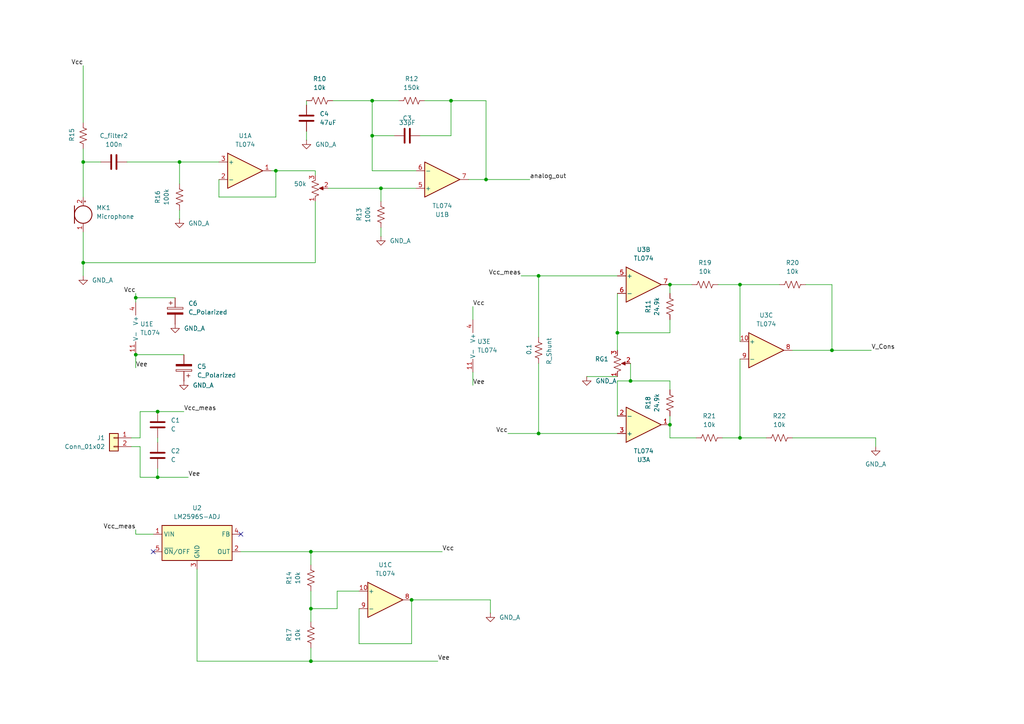
<source format=kicad_sch>
(kicad_sch (version 20250114) (generator "eeschema") (generator_version "9.0")
  (paper "A4")
  (lib_symbols
    (symbol "Amplifier_Operational:TL074" (pin_names (offset 0.127))
      (property "Reference" "U" (at 0 5.08 0))
      (property "Value" "TL074" (at 0 -5.08 0))
      (symbol "TL074_1_1"
        (polyline (pts (xy -5.08 5.08) (xy 5.08 0) (xy -5.08 -5.08) (xy -5.08 5.08)) (stroke (width 0.254)) (fill (type background)))
        (pin input line (at -7.62 2.54 0) (length 2.54) (name "+") (number "3"))
        (pin input line (at -7.62 -2.54 0) (length 2.54) (name "-") (number "2"))
        (pin output line (at 7.62 0 180) (length 2.54) (name "~") (number "1"))
      )
      (symbol "TL074_2_1"
        (polyline (pts (xy -5.08 5.08) (xy 5.08 0) (xy -5.08 -5.08) (xy -5.08 5.08)) (stroke (width 0.254)) (fill (type background)))
        (pin input line (at -7.62 2.54 0) (length 2.54) (name "+") (number "5"))
        (pin input line (at -7.62 -2.54 0) (length 2.54) (name "-") (number "6"))
        (pin output line (at 7.62 0 180) (length 2.54) (name "~") (number "7"))
      )
      (symbol "TL074_3_1"
        (polyline (pts (xy -5.08 5.08) (xy 5.08 0) (xy -5.08 -5.08) (xy -5.08 5.08)) (stroke (width 0.254)) (fill (type background)))
        (pin input line (at -7.62 2.54 0) (length 2.54) (name "+") (number "10"))
        (pin input line (at -7.62 -2.54 0) (length 2.54) (name "-") (number "9"))
        (pin output line (at 7.62 0 180) (length 2.54) (name "~") (number "8"))
      )
      (symbol "TL074_4_1"
        (polyline (pts (xy -5.08 5.08) (xy 5.08 0) (xy -5.08 -5.08) (xy -5.08 5.08)) (stroke (width 0.254)) (fill (type background)))
        (pin input line (at -7.62 2.54 0) (length 2.54) (name "+") (number "12"))
        (pin input line (at -7.62 -2.54 0) (length 2.54) (name "-") (number "13"))
        (pin output line (at 7.62 0 180) (length 2.54) (name "~") (number "14"))
      )
      (symbol "TL074_5_1"
        (pin power_in line (at -2.54 7.62 270) (length 3.81) (name "V+") (number "4"))
        (pin power_in line (at -2.54 -7.62 90) (length 3.81) (name "V-") (number "11"))
      )
    )
    (symbol "Connector_Generic:Conn_01x02" (pin_names (offset 1.016) (hide yes))
      (property "Reference" "J" (at 0 2.54 0))
      (property "Value" "Conn_01x02" (at 0 -5.08 0))
      (symbol "Conn_01x02_1_1"
        (rectangle (start -1.27 1.27) (end 1.27 -3.81) (stroke (width 0.254)) (fill (type background)))
        (rectangle (start -1.27 0.127) (end 0 -0.127) (stroke (width 0.1524)))
        (rectangle (start -1.27 -2.413) (end 0 -2.667) (stroke (width 0.1524)))
        (pin passive line (at -5.08 0 0) (length 3.81) (name "Pin_1") (number "1"))
        (pin passive line (at -5.08 -2.54 0) (length 3.81) (name "Pin_2") (number "2"))
      )
    )
    (symbol "Device:C" (pin_numbers (hide yes)) (pin_names (offset 0.254))
      (property "Reference" "C" (at 0.635 2.54 0))
      (property "Value" "C" (at 0.635 -2.54 0))
      (symbol "C_0_1"
        (polyline (pts (xy -2.032 0.762) (xy 2.032 0.762)) (stroke (width 0.508)))
        (polyline (pts (xy -2.032 -0.762) (xy 2.032 -0.762)) (stroke (width 0.508)))
      )
      (symbol "C_1_1"
        (pin passive line (at 0 3.81 270) (length 2.794) (name "~") (number "1"))
        (pin passive line (at 0 -3.81 90) (length 2.794) (name "~") (number "2"))
      )
    )
    (symbol "Device:C_Polarized" (pin_numbers (hide yes)) (pin_names (offset 0.254))
      (property "Reference" "C" (at 0.635 2.54 0))
      (property "Value" "C_Polarized" (at 0.635 -2.54 0))
      (symbol "C_Polarized_0_1"
        (rectangle (start -2.286 0.508) (end 2.286 1.016))
        (polyline (pts (xy -1.778 2.286) (xy -0.762 2.286)))
        (polyline (pts (xy -1.27 2.794) (xy -1.27 1.778)))
        (rectangle (start 2.286 -0.508) (end -2.286 -1.016) (fill (type outline)))
      )
      (symbol "C_Polarized_1_1"
        (pin passive line (at 0 3.81 270) (length 2.794) (name "~") (number "1"))
        (pin passive line (at 0 -3.81 90) (length 2.794) (name "~") (number "2"))
      )
    )
    (symbol "Device:Microphone" (pin_names (offset 0.0254) (hide yes))
      (property "Reference" "MK" (at -3.81 1.27 0))
      (property "Value" "Microphone" (at -3.81 -0.635 0))
      (symbol "Microphone_0_1"
        (polyline (pts (xy -2.54 2.54) (xy -2.54 -2.54)) (stroke (width 0.254)))
        (circle (center 0 0) (radius 2.54) (stroke (width 0.254)))
        (polyline (pts (xy 0.254 3.81) (xy 0.762 3.81)))
        (polyline (pts (xy 0.508 4.064) (xy 0.508 3.556)))
      )
      (symbol "Microphone_1_1"
        (pin passive line (at 0 5.08 270) (length 2.54) (name "+") (number "2"))
        (pin passive line (at 0 -5.08 90) (length 2.54) (name "-") (number "1"))
      )
    )
    (symbol "Device:R_Potentiometer_US" (pin_names (offset 1.016) (hide yes))
      (property "Reference" "RV" (at -4.445 0 90))
      (property "Value" "R_Potentiometer_US" (at -2.54 0 90))
      (symbol "R_Potentiometer_US_0_1"
        (polyline (pts (xy 0 2.54) (xy 0 2.286)))
        (polyline (pts (xy 0 2.286) (xy 1.016 1.905) (xy 0 1.524) (xy -1.016 1.143) (xy 0 0.762)))
        (polyline (pts (xy 0 0.762) (xy 1.016 0.381) (xy 0 0) (xy -1.016 -0.381) (xy 0 -0.762)))
        (polyline (pts (xy 0 -0.762) (xy 1.016 -1.143) (xy 0 -1.524) (xy -1.016 -1.905) (xy 0 -2.286)))
        (polyline (pts (xy 0 -2.286) (xy 0 -2.54)))
        (polyline (pts (xy 1.143 0) (xy 2.286 0.508) (xy 2.286 -0.508) (xy 1.143 0)) (fill (type outline)))
        (polyline (pts (xy 2.54 0) (xy 1.524 0)))
      )
      (symbol "R_Potentiometer_US_1_1"
        (pin passive line (at 0 3.81 270) (length 1.27) (name "1") (number "1"))
        (pin passive line (at 0 -3.81 90) (length 1.27) (name "3") (number "3"))
        (pin passive line (at 3.81 0 180) (length 1.27) (name "2") (number "2"))
      )
    )
    (symbol "Device:R_US" (pin_numbers (hide yes)) (pin_names (offset 0))
      (property "Reference" "R" (at 2.54 0 90))
      (property "Value" "R_US" (at -2.54 0 90))
      (symbol "R_US_0_1"
        (polyline (pts (xy 0 2.286) (xy 0 2.54)))
        (polyline (pts (xy 0 2.286) (xy 1.016 1.905) (xy 0 1.524) (xy -1.016 1.143) (xy 0 0.762)))
        (polyline (pts (xy 0 0.762) (xy 1.016 0.381) (xy 0 0) (xy -1.016 -0.381) (xy 0 -0.762)))
        (polyline (pts (xy 0 -0.762) (xy 1.016 -1.143) (xy 0 -1.524) (xy -1.016 -1.905) (xy 0 -2.286)))
        (polyline (pts (xy 0 -2.286) (xy 0 -2.54)))
      )
      (symbol "R_US_1_1"
        (pin passive line (at 0 3.81 270) (length 1.27) (name "~") (number "1"))
        (pin passive line (at 0 -3.81 90) (length 1.27) (name "~") (number "2"))
      )
    )
    (symbol "Regulator_Switching:LM2596S-ADJ"
      (property "Reference" "U" (at -10.16 6.35 0))
      (property "Value" "LM2596S-ADJ" (at 0 6.35 0))
      (symbol "LM2596S-ADJ_0_1"
        (rectangle (start -10.16 5.08) (end 10.16 -5.08) (stroke (width 0.254)) (fill (type background)))
      )
      (symbol "LM2596S-ADJ_1_1"
        (pin power_in line (at -12.7 2.54 0) (length 2.54) (name "VIN") (number "1"))
        (pin input line (at -12.7 -2.54 0) (length 2.54) (name "~{ON}/OFF") (number "5"))
        (pin power_in line (at 0 -7.62 90) (length 2.54) (name "GND") (number "3"))
        (pin input line (at 12.7 2.54 180) (length 2.54) (name "FB") (number "4"))
        (pin output line (at 12.7 -2.54 180) (length 2.54) (name "OUT") (number "2"))
      )
    )
    (symbol "power:GND" (power) (pin_numbers (hide yes)) (pin_names (offset 0) (hide yes))
      (property "Value" "GND" (at 0 -3.81 0))
      (symbol "GND_0_1"
        (polyline (pts (xy 0 0) (xy 0 -1.27) (xy 1.27 -1.27) (xy 0 -2.54) (xy -1.27 -1.27) (xy 0 -1.27)))
      )
      (symbol "GND_1_1"
        (pin power_in line (at 0 0 270) (length 0) (name "~") (number "1"))
      )
    )
    (symbol "power:GNDA" (power) (pin_numbers (hide yes)) (pin_names (offset 0) (hide yes))
      (property "Value" "GNDA" (at 0 -3.81 0))
      (symbol "GNDA_0_1"
        (polyline (pts (xy 0 0) (xy 0 -1.27) (xy 1.27 -1.27) (xy 0 -2.54) (xy -1.27 -1.27) (xy 0 -1.27)))
      )
      (symbol "GNDA_1_1"
        (pin power_in line (at 0 0 270) (length 0) (name "~") (number "1"))
      )
    )
  )
  (junction (at 24.13 46.99))
  (junction (at 39.37 102.87))
  (junction (at 110.49 54.61))
  (junction (at 45.72 138.43))
  (junction (at 194.31 82.55))
  (junction (at 107.95 39.37))
  (junction (at 107.95 29.21))
  (junction (at 80.01 49.53))
  (junction (at 130.81 29.21))
  (junction (at 90.17 160.02))
  (junction (at 214.63 127))
  (junction (at 52.07 46.99))
  (junction (at 24.13 76.2))
  (junction (at 45.72 119.38))
  (junction (at 119.38 173.99))
  (junction (at 179.07 96.52))
  (junction (at 39.37 86.36))
  (junction (at 90.17 176.53))
  (junction (at 182.88 110.49))
  (junction (at 156.21 125.73))
  (junction (at 140.97 52.07))
  (junction (at 156.21 80.01))
  (junction (at 214.63 82.55))
  (junction (at 241.3 101.6))
  (junction (at 194.31 123.19))
  (junction (at 90.17 191.77))
  (no_connect (at 69.85 154.94))
  (no_connect (at 44.45 160.02))
  (wire (pts (xy 140.97 52.07) (xy 153.67 52.07)))
  (wire (pts (xy 40.64 119.38) (xy 45.72 119.38)))
  (wire (pts (xy 104.14 176.53) (xy 104.14 186.69)))
  (wire (pts (xy 130.81 29.21) (xy 140.97 29.21)))
  (wire (pts (xy 24.13 43.18) (xy 24.13 46.99)))
  (wire (pts (xy 241.3 101.6) (xy 229.87 101.6)))
  (wire (pts (xy 179.07 120.65) (xy 179.07 110.49)))
  (wire (pts (xy 156.21 105.41) (xy 156.21 125.73)))
  (wire (pts (xy 209.55 127) (xy 214.63 127)))
  (wire (pts (xy 156.21 80.01) (xy 156.21 97.79)))
  (wire (pts (xy 91.44 76.2) (xy 24.13 76.2)))
  (wire (pts (xy 90.17 171.45) (xy 90.17 176.53)))
  (wire (pts (xy 142.24 173.99) (xy 142.24 177.8)))
  (wire (pts (xy 97.79 176.53) (xy 97.79 171.45)))
  (wire (pts (xy 241.3 82.55) (xy 241.3 101.6)))
  (wire (pts (xy 107.95 39.37) (xy 107.95 49.53)))
  (wire (pts (xy 45.72 138.43) (xy 54.61 138.43)))
  (wire (pts (xy 24.13 67.31) (xy 24.13 76.2)))
  (wire (pts (xy 91.44 58.42) (xy 91.44 76.2)))
  (wire (pts (xy 107.95 39.37) (xy 114.3 39.37)))
  (wire (pts (xy 182.88 105.41) (xy 182.88 110.49)))
  (wire (pts (xy 95.25 54.61) (xy 110.49 54.61)))
  (wire (pts (xy 147.32 125.73) (xy 156.21 125.73)))
  (wire (pts (xy 38.1 127) (xy 40.64 127)))
  (wire (pts (xy 194.31 82.55) (xy 194.31 85.09)))
  (wire (pts (xy 241.3 82.55) (xy 233.68 82.55)))
  (wire (pts (xy 52.07 60.96) (xy 52.07 63.5)))
  (wire (pts (xy 90.17 176.53) (xy 90.17 180.34)))
  (wire (pts (xy 151.13 80.01) (xy 156.21 80.01)))
  (wire (pts (xy 194.31 96.52) (xy 179.07 96.52)))
  (wire (pts (xy 214.63 82.55) (xy 226.06 82.55)))
  (wire (pts (xy 24.13 19.05) (xy 24.13 35.56)))
  (wire (pts (xy 107.95 29.21) (xy 115.57 29.21)))
  (wire (pts (xy 39.37 86.36) (xy 39.37 87.63)))
  (wire (pts (xy 36.83 46.99) (xy 52.07 46.99)))
  (wire (pts (xy 194.31 82.55) (xy 200.66 82.55)))
  (wire (pts (xy 40.64 129.54) (xy 38.1 129.54)))
  (wire (pts (xy 40.64 129.54) (xy 40.64 138.43)))
  (wire (pts (xy 57.15 165.1) (xy 57.15 191.77)))
  (wire (pts (xy 39.37 86.36) (xy 50.8 86.36)))
  (wire (pts (xy 88.9 38.1) (xy 88.9 40.64)))
  (wire (pts (xy 194.31 96.52) (xy 194.31 92.71)))
  (wire (pts (xy 119.38 186.69) (xy 119.38 173.99)))
  (wire (pts (xy 182.88 110.49) (xy 194.31 110.49)))
  (wire (pts (xy 88.9 29.21) (xy 88.9 30.48)))
  (wire (pts (xy 90.17 160.02) (xy 90.17 163.83)))
  (wire (pts (xy 214.63 104.14) (xy 214.63 127)))
  (wire (pts (xy 63.5 57.15) (xy 63.5 52.07)))
  (wire (pts (xy 137.16 107.95) (xy 137.16 111.76)))
  (wire (pts (xy 194.31 127) (xy 194.31 123.19)))
  (wire (pts (xy 110.49 66.04) (xy 110.49 68.58)))
  (wire (pts (xy 194.31 123.19) (xy 194.31 120.65)))
  (wire (pts (xy 241.3 101.6) (xy 252.73 101.6)))
  (wire (pts (xy 52.07 46.99) (xy 63.5 46.99)))
  (wire (pts (xy 179.07 110.49) (xy 182.88 110.49)))
  (wire (pts (xy 222.25 127) (xy 214.63 127)))
  (wire (pts (xy 194.31 110.49) (xy 194.31 113.03)))
  (wire (pts (xy 78.74 49.53) (xy 80.01 49.53)))
  (wire (pts (xy 45.72 119.38) (xy 53.34 119.38)))
  (wire (pts (xy 179.07 85.09) (xy 179.07 96.52)))
  (wire (pts (xy 229.87 127) (xy 254 127)))
  (wire (pts (xy 39.37 154.94) (xy 39.37 153.67)))
  (wire (pts (xy 24.13 46.99) (xy 29.21 46.99)))
  (wire (pts (xy 39.37 154.94) (xy 44.45 154.94)))
  (wire (pts (xy 91.44 50.8) (xy 91.44 49.53)))
  (wire (pts (xy 128.27 160.02) (xy 90.17 160.02)))
  (wire (pts (xy 110.49 54.61) (xy 120.65 54.61)))
  (wire (pts (xy 96.52 29.21) (xy 107.95 29.21)))
  (wire (pts (xy 254 127) (xy 254 129.54)))
  (wire (pts (xy 107.95 29.21) (xy 107.95 39.37)))
  (wire (pts (xy 80.01 49.53) (xy 91.44 49.53)))
  (wire (pts (xy 119.38 173.99) (xy 142.24 173.99)))
  (wire (pts (xy 130.81 39.37) (xy 121.92 39.37)))
  (wire (pts (xy 127 191.77) (xy 90.17 191.77)))
  (wire (pts (xy 52.07 46.99) (xy 52.07 53.34)))
  (wire (pts (xy 137.16 88.9) (xy 137.16 92.71)))
  (wire (pts (xy 39.37 102.87) (xy 53.34 102.87)))
  (wire (pts (xy 140.97 29.21) (xy 140.97 52.07)))
  (wire (pts (xy 24.13 46.99) (xy 24.13 57.15)))
  (wire (pts (xy 156.21 125.73) (xy 179.07 125.73)))
  (wire (pts (xy 40.64 138.43) (xy 45.72 138.43)))
  (wire (pts (xy 214.63 82.55) (xy 214.63 99.06)))
  (wire (pts (xy 90.17 191.77) (xy 57.15 191.77)))
  (wire (pts (xy 104.14 186.69) (xy 119.38 186.69)))
  (wire (pts (xy 39.37 102.87) (xy 39.37 106.68)))
  (wire (pts (xy 24.13 76.2) (xy 24.13 80.01)))
  (wire (pts (xy 130.81 29.21) (xy 130.81 39.37)))
  (wire (pts (xy 179.07 96.52) (xy 179.07 101.6)))
  (wire (pts (xy 80.01 49.53) (xy 80.01 57.15)))
  (wire (pts (xy 107.95 49.53) (xy 120.65 49.53)))
  (wire (pts (xy 135.89 52.07) (xy 140.97 52.07)))
  (wire (pts (xy 90.17 176.53) (xy 97.79 176.53)))
  (wire (pts (xy 123.19 29.21) (xy 130.81 29.21)))
  (wire (pts (xy 63.5 57.15) (xy 80.01 57.15)))
  (wire (pts (xy 208.28 82.55) (xy 214.63 82.55)))
  (wire (pts (xy 90.17 187.96) (xy 90.17 191.77)))
  (wire (pts (xy 45.72 127) (xy 45.72 128.27)))
  (wire (pts (xy 110.49 54.61) (xy 110.49 58.42)))
  (wire (pts (xy 201.93 127) (xy 194.31 127)))
  (wire (pts (xy 170.18 109.22) (xy 179.07 109.22)))
  (wire (pts (xy 69.85 160.02) (xy 90.17 160.02)))
  (wire (pts (xy 45.72 135.89) (xy 45.72 138.43)))
  (wire (pts (xy 40.64 127) (xy 40.64 119.38)))
  (wire (pts (xy 39.37 85.09) (xy 39.37 86.36)))
  (wire (pts (xy 156.21 80.01) (xy 179.07 80.01)))
  (wire (pts (xy 97.79 171.45) (xy 104.14 171.45)))
  (label "Vcc_meas" (at 53.34 119.38 0))
  (label "Vee" (at 137.16 111.76 0))
  (label "Vcc" (at 128.27 160.02 0))
  (label "Vee" (at 39.37 106.68 0))
  (label "Vcc" (at 147.32 125.73 180))
  (label "Vcc" (at 137.16 88.9 0))
  (label "analog_out" (at 153.67 52.07 0))
  (label "Vcc_meas" (at 39.37 153.67 180))
  (label "Vee" (at 54.61 138.43 0))
  (label "Vcc" (at 39.37 85.09 180))
  (label "Vcc_meas" (at 151.13 80.01 180))
  (label "V_Cons" (at 252.73 101.6 0))
  (label "Vee" (at 127 191.77 0))
  (label "Vcc" (at 24.13 19.05 180))
  (symbol (lib_id "Device:R_US") (at 204.47 82.55 90) (unit 1)
    (property "Reference" "R19" (at 204.47 76.2 90))
    (property "Value" "10k" (at 204.47 78.74 90))
    (property "Description" "Resistor, US symbol" (effects (hide yes)))
  )
  (symbol (lib_id "Device:C") (at 118.11 39.37 90) (unit 1)
    (property "Reference" "C3" (at 118.11 34.29 90))
    (property "Value" "33pF" (at 118.11 35.56 90))
    (property "Description" "Unpolarized capacitor" (effects (hide yes)))
  )
  (symbol (lib_id "Device:C") (at 33.02 46.99 90) (unit 1)
    (property "Reference" "C_filter2" (at 33.02 39.37 90))
    (property "Value" "100n" (at 33.02 41.91 90))
    (property "Description" "Unpolarized capacitor" (effects (hide yes)))
  )
  (symbol (lib_id "Device:C_Polarized") (at 50.8 90.17 0) (unit 1)
    (property "Reference" "C6" (at 54.61 88.0109 0) (effects (justify left)))
    (property "Value" "C_Polarized" (at 54.61 90.5509 0) (effects (justify left)))
    (property "Description" "Polarized capacitor" (effects (hide yes)))
  )
  (symbol (lib_id "Device:R_US") (at 119.38 29.21 90) (unit 1)
    (property "Reference" "R12" (at 119.38 22.86 90))
    (property "Value" "150k" (at 119.38 25.4 90))
    (property "Description" "Resistor, US symbol" (effects (hide yes)))
  )
  (symbol (lib_id "Amplifier_Operational:TL074") (at 41.91 95.25 0) (unit 5)
    (property "Reference" "U1" (at 40.64 93.9799 0) (effects (justify left)))
    (property "Value" "TL074" (at 40.64 96.5199 0) (effects (justify left)))
    (property "Datasheet" "http://www.ti.com/lit/ds/symlink/tl071.pdf" (effects (hide yes)))
    (property "Description" "Quad Low-Noise JFET-Input Operational Amplifiers, DIP-14/SOIC-14" (effects (hide yes)))
  )
  (symbol (lib_id "Amplifier_Operational:TL074") (at 128.27 52.07 0) (mirror x) (unit 2)
    (property "Reference" "U1" (at 128.27 62.23 0))
    (property "Value" "TL074" (at 128.27 59.69 0))
    (property "Datasheet" "http://www.ti.com/lit/ds/symlink/tl071.pdf" (effects (hide yes)))
    (property "Description" "Quad Low-Noise JFET-Input Operational Amplifiers, DIP-14/SOIC-14" (effects (hide yes)))
  )
  (symbol (lib_id "power:GND") (at 142.24 177.8 0) (mirror y) (unit 1)
    (property "Reference" "#PWR09" (effects (hide yes)))
    (property "Value" "GND_A" (at 144.78 179.0699 0) (effects (justify right)))
    (property "Description" "Power symbol creates a global label with name \"GND\" , ground" (effects (hide yes)))
  )
  (symbol (lib_id "Device:Microphone") (at 24.13 62.23 0) (unit 1)
    (property "Reference" "MK1" (at 27.94 60.2614 0) (effects (justify left)))
    (property "Value" "Microphone" (at 27.94 62.8014 0) (effects (justify left)))
    (property "Description" "Microphone" (effects (hide yes)))
  )
  (symbol (lib_id "Device:R_US") (at 194.31 88.9 180) (unit 1)
    (property "Reference" "R11" (at 187.96 88.9 90))
    (property "Value" "24.9k" (at 190.5 88.9 90))
    (property "Description" "Resistor, US symbol" (effects (hide yes)))
  )
  (symbol (lib_id "power:GND") (at 24.13 80.01 0) (mirror y) (unit 1)
    (property "Reference" "#PWR05" (effects (hide yes)))
    (property "Value" "GND_A" (at 26.67 81.2799 0) (effects (justify right)))
    (property "Description" "Power symbol creates a global label with name \"GND\" , ground" (effects (hide yes)))
  )
  (symbol (lib_id "Device:R_US") (at 92.71 29.21 90) (unit 1)
    (property "Reference" "R10" (at 92.71 22.86 90))
    (property "Value" "10k" (at 92.71 25.4 90))
    (property "Description" "Resistor, US symbol" (effects (hide yes)))
  )
  (symbol (lib_id "Device:R_US") (at 110.49 62.23 180) (unit 1)
    (property "Reference" "R13" (at 104.14 62.23 90))
    (property "Value" "100k" (at 106.68 62.23 90))
    (property "Description" "Resistor, US symbol" (effects (hide yes)))
  )
  (symbol (lib_id "Amplifier_Operational:TL074") (at 186.69 123.19 0) (mirror x) (unit 1)
    (property "Reference" "U3" (at 186.69 133.35 0))
    (property "Value" "TL074" (at 186.69 130.81 0))
    (property "Datasheet" "http://www.ti.com/lit/ds/symlink/tl071.pdf" (effects (hide yes)))
    (property "Description" "Quad Low-Noise JFET-Input Operational Amplifiers, DIP-14/SOIC-14" (effects (hide yes)))
  )
  (symbol (lib_id "Device:R_US") (at 156.21 101.6 0) (unit 1)
    (property "Reference" "R_Shunt" (at 159.258 101.854 90))
    (property "Value" "0.1" (at 153.416 101.346 90))
    (property "Description" "Resistor, US symbol" (effects (hide yes)))
  )
  (symbol (lib_id "Regulator_Switching:LM2596S-ADJ") (at 57.15 157.48 0) (unit 1)
    (property "Reference" "U2" (at 57.15 147.32 0))
    (property "Value" "LM2596S-ADJ" (at 57.15 149.86 0))
    (property "Footprint" "Package_TO_SOT_SMD:TO-263-5_TabPin3" (effects (hide yes)))
    (property "Datasheet" "http://www.ti.com/lit/ds/symlink/lm2596.pdf" (effects (hide yes)))
    (property "Description" "Adjustable 3A Step-Down Voltage Regulator, TO-263" (effects (hide yes)))
  )
  (symbol (lib_id "power:GND") (at 52.07 63.5 0) (mirror y) (unit 1)
    (property "Reference" "#PWR07" (effects (hide yes)))
    (property "Value" "GND_A" (at 54.61 64.7699 0) (effects (justify right)))
    (property "Description" "Power symbol creates a global label with name \"GND\" , ground" (effects (hide yes)))
  )
  (symbol (lib_id "Amplifier_Operational:TL074") (at 222.25 101.6 0) (unit 3)
    (property "Reference" "U3" (at 222.25 91.44 0))
    (property "Value" "TL074" (at 222.25 93.98 0))
    (property "Datasheet" "http://www.ti.com/lit/ds/symlink/tl071.pdf" (effects (hide yes)))
    (property "Description" "Quad Low-Noise JFET-Input Operational Amplifiers, DIP-14/SOIC-14" (effects (hide yes)))
  )
  (symbol (lib_id "Device:R_US") (at 24.13 39.37 180) (unit 1)
    (property "Reference" "R15" (at 20.828 39.116 90))
    (property "Value" "R_US" (effects (hide yes)))
    (property "Description" "Resistor, US symbol" (effects (hide yes)))
  )
  (symbol (lib_id "Device:R_US") (at 205.74 127 90) (unit 1)
    (property "Reference" "R21" (at 205.74 120.65 90))
    (property "Value" "10k" (at 205.74 123.19 90))
    (property "Description" "Resistor, US symbol" (effects (hide yes)))
  )
  (symbol (lib_id "power:GND") (at 88.9 40.64 0) (mirror y) (unit 1)
    (property "Reference" "#PWR08" (effects (hide yes)))
    (property "Value" "GND_A" (at 91.44 41.9099 0) (effects (justify right)))
    (property "Description" "Power symbol creates a global label with name \"GND\" , ground" (effects (hide yes)))
  )
  (symbol (lib_id "Device:R_US") (at 226.06 127 90) (unit 1)
    (property "Reference" "R22" (at 226.06 120.65 90))
    (property "Value" "10k" (at 226.06 123.19 90))
    (property "Description" "Resistor, US symbol" (effects (hide yes)))
  )
  (symbol (lib_id "Device:R_US") (at 90.17 184.15 180) (unit 1)
    (property "Reference" "R17" (at 83.82 184.15 90))
    (property "Value" "10k" (at 86.36 184.15 90))
    (property "Description" "Resistor, US symbol" (effects (hide yes)))
  )
  (symbol (lib_id "Device:R_US") (at 194.31 116.84 180) (unit 1)
    (property "Reference" "R18" (at 187.96 116.84 90))
    (property "Value" "24.9k" (at 190.5 116.84 90))
    (property "Description" "Resistor, US symbol" (effects (hide yes)))
  )
  (symbol (lib_id "Device:R_US") (at 52.07 57.15 180) (unit 1)
    (property "Reference" "R16" (at 45.72 57.15 90))
    (property "Value" "100k" (at 48.26 57.15 90))
    (property "Description" "Resistor, US symbol" (effects (hide yes)))
  )
  (symbol (lib_id "power:GND") (at 50.8 93.98 0) (mirror y) (unit 1)
    (property "Reference" "#PWR011" (effects (hide yes)))
    (property "Value" "GND_A" (at 53.34 95.2499 0) (effects (justify right)))
    (property "Description" "Power symbol creates a global label with name \"GND\" , ground" (effects (hide yes)))
  )
  (symbol (lib_id "Device:C") (at 45.72 123.19 0) (unit 1)
    (property "Reference" "C1" (at 49.53 121.9199 0) (effects (justify left)))
    (property "Value" "C" (at 49.53 124.4599 0) (effects (justify left)))
    (property "Description" "Unpolarized capacitor" (effects (hide yes)))
  )
  (symbol (lib_id "Device:R_Potentiometer_US") (at 91.44 54.61 0) (mirror x) (unit 1)
    (property "Reference" "50k" (at 88.9 53.3399 0) (effects (justify right)))
    (property "Value" "R_Potentiometer_US" (effects (hide yes)))
    (property "Description" "Potentiometer, US symbol" (effects (hide yes)))
  )
  (symbol (lib_id "Device:C_Polarized") (at 53.34 106.68 180) (unit 1)
    (property "Reference" "C5" (at 57.15 106.2989 0) (effects (justify right)))
    (property "Value" "C_Polarized" (at 57.15 108.8389 0) (effects (justify right)))
    (property "Description" "Polarized capacitor" (effects (hide yes)))
  )
  (symbol (lib_id "Device:R_US") (at 229.87 82.55 90) (unit 1)
    (property "Reference" "R20" (at 229.87 76.2 90))
    (property "Value" "10k" (at 229.87 78.74 90))
    (property "Description" "Resistor, US symbol" (effects (hide yes)))
  )
  (symbol (lib_id "power:GNDA") (at 254 129.54 0) (unit 1)
    (property "Reference" "#PWR06" (effects (hide yes)))
    (property "Value" "GND_A" (at 254 134.62 0))
    (property "Description" "Power symbol creates a global label with name \"GNDA\" , analog ground" (effects (hide yes)))
  )
  (symbol (lib_id "Connector_Generic:Conn_01x02") (at 33.02 127 0) (mirror y) (unit 1)
    (property "Reference" "J1" (at 30.48 126.9999 0) (effects (justify left)))
    (property "Value" "Conn_01x02" (at 30.48 129.5399 0) (effects (justify left)))
    (property "Description" "Generic connector, single row, 01x02, script generated (kicad-library-utils/schlib/autogen/connector/)" (effects (hide yes)))
  )
  (symbol (lib_id "Amplifier_Operational:TL074") (at 71.12 49.53 0) (unit 1)
    (property "Reference" "U1" (at 71.12 39.37 0))
    (property "Value" "TL074" (at 71.12 41.91 0))
    (property "Datasheet" "http://www.ti.com/lit/ds/symlink/tl071.pdf" (effects (hide yes)))
    (property "Description" "Quad Low-Noise JFET-Input Operational Amplifiers, DIP-14/SOIC-14" (effects (hide yes)))
  )
  (symbol (lib_id "Amplifier_Operational:TL074") (at 111.76 173.99 0) (unit 3)
    (property "Reference" "U1" (at 111.76 163.83 0))
    (property "Value" "TL074" (at 111.76 166.37 0))
    (property "Datasheet" "http://www.ti.com/lit/ds/symlink/tl071.pdf" (effects (hide yes)))
    (property "Description" "Quad Low-Noise JFET-Input Operational Amplifiers, DIP-14/SOIC-14" (effects (hide yes)))
  )
  (symbol (lib_id "Device:C") (at 88.9 34.29 180) (unit 1)
    (property "Reference" "C4" (at 92.71 33.0199 0) (effects (justify right)))
    (property "Value" "47uF" (at 92.71 35.5599 0) (effects (justify right)))
    (property "Description" "Unpolarized capacitor" (effects (hide yes)))
  )
  (symbol (lib_id "power:GND") (at 110.49 68.58 0) (mirror y) (unit 1)
    (property "Reference" "#PWR012" (effects (hide yes)))
    (property "Value" "GND_A" (at 113.03 69.8499 0) (effects (justify right)))
    (property "Description" "Power symbol creates a global label with name \"GND\" , ground" (effects (hide yes)))
  )
  (symbol (lib_id "Device:C") (at 45.72 132.08 0) (unit 1)
    (property "Reference" "C2" (at 49.53 130.8099 0) (effects (justify left)))
    (property "Value" "C" (at 49.53 133.3499 0) (effects (justify left)))
    (property "Description" "Unpolarized capacitor" (effects (hide yes)))
  )
  (symbol (lib_id "Device:R_Potentiometer_US") (at 179.07 105.41 0) (mirror x) (unit 1)
    (property "Reference" "RG1" (at 176.53 104.1399 0) (effects (justify right)))
    (property "Value" "R_Potentiometer_US" (effects (hide yes)))
    (property "Description" "Potentiometer, US symbol" (effects (hide yes)))
  )
  (symbol (lib_id "Amplifier_Operational:TL074") (at 186.69 82.55 0) (unit 2)
    (property "Reference" "U3" (at 186.69 72.39 0))
    (property "Value" "TL074" (at 186.69 74.93 0))
    (property "Datasheet" "http://www.ti.com/lit/ds/symlink/tl071.pdf" (effects (hide yes)))
    (property "Description" "Quad Low-Noise JFET-Input Operational Amplifiers, DIP-14/SOIC-14" (effects (hide yes)))
  )
  (symbol (lib_id "power:GND") (at 170.18 109.22 0) (mirror y) (unit 1)
    (property "Reference" "#PWR013" (effects (hide yes)))
    (property "Value" "GND_A" (at 172.72 110.4899 0) (effects (justify right)))
    (property "Description" "Power symbol creates a global label with name \"GND\" , ground" (effects (hide yes)))
  )
  (symbol (lib_id "power:GND") (at 53.34 110.49 0) (mirror y) (unit 1)
    (property "Reference" "#PWR010" (effects (hide yes)))
    (property "Value" "GND_A" (at 55.88 111.7599 0) (effects (justify right)))
    (property "Description" "Power symbol creates a global label with name \"GND\" , ground" (effects (hide yes)))
  )
  (symbol (lib_id "Device:R_US") (at 90.17 167.64 180) (unit 1)
    (property "Reference" "R14" (at 83.82 167.64 90))
    (property "Value" "10k" (at 86.36 167.64 90))
    (property "Description" "Resistor, US symbol" (effects (hide yes)))
  )
  (symbol (lib_id "Amplifier_Operational:TL074") (at 139.7 100.33 0) (unit 5)
    (property "Reference" "U3" (at 138.43 99.0599 0) (effects (justify left)))
    (property "Value" "TL074" (at 138.43 101.5999 0) (effects (justify left)))
    (property "Datasheet" "http://www.ti.com/lit/ds/symlink/tl071.pdf" (effects (hide yes)))
    (property "Description" "Quad Low-Noise JFET-Input Operational Amplifiers, DIP-14/SOIC-14" (effects (hide yes)))
  )
)
</source>
